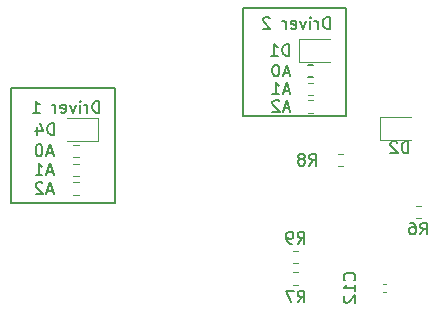
<source format=gbo>
%TF.GenerationSoftware,KiCad,Pcbnew,7.0.8*%
%TF.CreationDate,2023-10-10T13:20:09+03:00*%
%TF.ProjectId,ltp_kikad,6c74705f-6b69-46b6-9164-2e6b69636164,rev?*%
%TF.SameCoordinates,Original*%
%TF.FileFunction,Legend,Bot*%
%TF.FilePolarity,Positive*%
%FSLAX46Y46*%
G04 Gerber Fmt 4.6, Leading zero omitted, Abs format (unit mm)*
G04 Created by KiCad (PCBNEW 7.0.8) date 2023-10-10 13:20:09*
%MOMM*%
%LPD*%
G01*
G04 APERTURE LIST*
%ADD10C,0.150000*%
%ADD11C,0.120000*%
G04 APERTURE END LIST*
D10*
X147512000Y-83900000D02*
X156287000Y-83900000D01*
X156287000Y-93050000D01*
X147512000Y-93050000D01*
X147512000Y-83900000D01*
X127912000Y-90700000D02*
X136662000Y-90700000D01*
X136662000Y-100450000D01*
X127912000Y-100450000D01*
X127912000Y-90700000D01*
X154850220Y-85669819D02*
X154850220Y-84669819D01*
X154850220Y-84669819D02*
X154612125Y-84669819D01*
X154612125Y-84669819D02*
X154469268Y-84717438D01*
X154469268Y-84717438D02*
X154374030Y-84812676D01*
X154374030Y-84812676D02*
X154326411Y-84907914D01*
X154326411Y-84907914D02*
X154278792Y-85098390D01*
X154278792Y-85098390D02*
X154278792Y-85241247D01*
X154278792Y-85241247D02*
X154326411Y-85431723D01*
X154326411Y-85431723D02*
X154374030Y-85526961D01*
X154374030Y-85526961D02*
X154469268Y-85622200D01*
X154469268Y-85622200D02*
X154612125Y-85669819D01*
X154612125Y-85669819D02*
X154850220Y-85669819D01*
X153850220Y-85669819D02*
X153850220Y-85003152D01*
X153850220Y-85193628D02*
X153802601Y-85098390D01*
X153802601Y-85098390D02*
X153754982Y-85050771D01*
X153754982Y-85050771D02*
X153659744Y-85003152D01*
X153659744Y-85003152D02*
X153564506Y-85003152D01*
X153231172Y-85669819D02*
X153231172Y-85003152D01*
X153231172Y-84669819D02*
X153278791Y-84717438D01*
X153278791Y-84717438D02*
X153231172Y-84765057D01*
X153231172Y-84765057D02*
X153183553Y-84717438D01*
X153183553Y-84717438D02*
X153231172Y-84669819D01*
X153231172Y-84669819D02*
X153231172Y-84765057D01*
X152850220Y-85003152D02*
X152612125Y-85669819D01*
X152612125Y-85669819D02*
X152374030Y-85003152D01*
X151612125Y-85622200D02*
X151707363Y-85669819D01*
X151707363Y-85669819D02*
X151897839Y-85669819D01*
X151897839Y-85669819D02*
X151993077Y-85622200D01*
X151993077Y-85622200D02*
X152040696Y-85526961D01*
X152040696Y-85526961D02*
X152040696Y-85146009D01*
X152040696Y-85146009D02*
X151993077Y-85050771D01*
X151993077Y-85050771D02*
X151897839Y-85003152D01*
X151897839Y-85003152D02*
X151707363Y-85003152D01*
X151707363Y-85003152D02*
X151612125Y-85050771D01*
X151612125Y-85050771D02*
X151564506Y-85146009D01*
X151564506Y-85146009D02*
X151564506Y-85241247D01*
X151564506Y-85241247D02*
X152040696Y-85336485D01*
X151135934Y-85669819D02*
X151135934Y-85003152D01*
X151135934Y-85193628D02*
X151088315Y-85098390D01*
X151088315Y-85098390D02*
X151040696Y-85050771D01*
X151040696Y-85050771D02*
X150945458Y-85003152D01*
X150945458Y-85003152D02*
X150850220Y-85003152D01*
X149802600Y-84765057D02*
X149754981Y-84717438D01*
X149754981Y-84717438D02*
X149659743Y-84669819D01*
X149659743Y-84669819D02*
X149421648Y-84669819D01*
X149421648Y-84669819D02*
X149326410Y-84717438D01*
X149326410Y-84717438D02*
X149278791Y-84765057D01*
X149278791Y-84765057D02*
X149231172Y-84860295D01*
X149231172Y-84860295D02*
X149231172Y-84955533D01*
X149231172Y-84955533D02*
X149278791Y-85098390D01*
X149278791Y-85098390D02*
X149850219Y-85669819D01*
X149850219Y-85669819D02*
X149231172Y-85669819D01*
X135350220Y-92769819D02*
X135350220Y-91769819D01*
X135350220Y-91769819D02*
X135112125Y-91769819D01*
X135112125Y-91769819D02*
X134969268Y-91817438D01*
X134969268Y-91817438D02*
X134874030Y-91912676D01*
X134874030Y-91912676D02*
X134826411Y-92007914D01*
X134826411Y-92007914D02*
X134778792Y-92198390D01*
X134778792Y-92198390D02*
X134778792Y-92341247D01*
X134778792Y-92341247D02*
X134826411Y-92531723D01*
X134826411Y-92531723D02*
X134874030Y-92626961D01*
X134874030Y-92626961D02*
X134969268Y-92722200D01*
X134969268Y-92722200D02*
X135112125Y-92769819D01*
X135112125Y-92769819D02*
X135350220Y-92769819D01*
X134350220Y-92769819D02*
X134350220Y-92103152D01*
X134350220Y-92293628D02*
X134302601Y-92198390D01*
X134302601Y-92198390D02*
X134254982Y-92150771D01*
X134254982Y-92150771D02*
X134159744Y-92103152D01*
X134159744Y-92103152D02*
X134064506Y-92103152D01*
X133731172Y-92769819D02*
X133731172Y-92103152D01*
X133731172Y-91769819D02*
X133778791Y-91817438D01*
X133778791Y-91817438D02*
X133731172Y-91865057D01*
X133731172Y-91865057D02*
X133683553Y-91817438D01*
X133683553Y-91817438D02*
X133731172Y-91769819D01*
X133731172Y-91769819D02*
X133731172Y-91865057D01*
X133350220Y-92103152D02*
X133112125Y-92769819D01*
X133112125Y-92769819D02*
X132874030Y-92103152D01*
X132112125Y-92722200D02*
X132207363Y-92769819D01*
X132207363Y-92769819D02*
X132397839Y-92769819D01*
X132397839Y-92769819D02*
X132493077Y-92722200D01*
X132493077Y-92722200D02*
X132540696Y-92626961D01*
X132540696Y-92626961D02*
X132540696Y-92246009D01*
X132540696Y-92246009D02*
X132493077Y-92150771D01*
X132493077Y-92150771D02*
X132397839Y-92103152D01*
X132397839Y-92103152D02*
X132207363Y-92103152D01*
X132207363Y-92103152D02*
X132112125Y-92150771D01*
X132112125Y-92150771D02*
X132064506Y-92246009D01*
X132064506Y-92246009D02*
X132064506Y-92341247D01*
X132064506Y-92341247D02*
X132540696Y-92436485D01*
X131635934Y-92769819D02*
X131635934Y-92103152D01*
X131635934Y-92293628D02*
X131588315Y-92198390D01*
X131588315Y-92198390D02*
X131540696Y-92150771D01*
X131540696Y-92150771D02*
X131445458Y-92103152D01*
X131445458Y-92103152D02*
X131350220Y-92103152D01*
X129731172Y-92769819D02*
X130302600Y-92769819D01*
X130016886Y-92769819D02*
X130016886Y-91769819D01*
X130016886Y-91769819D02*
X130112124Y-91912676D01*
X130112124Y-91912676D02*
X130207362Y-92007914D01*
X130207362Y-92007914D02*
X130302600Y-92055533D01*
X151425094Y-87954819D02*
X151425094Y-86954819D01*
X151425094Y-86954819D02*
X151186999Y-86954819D01*
X151186999Y-86954819D02*
X151044142Y-87002438D01*
X151044142Y-87002438D02*
X150948904Y-87097676D01*
X150948904Y-87097676D02*
X150901285Y-87192914D01*
X150901285Y-87192914D02*
X150853666Y-87383390D01*
X150853666Y-87383390D02*
X150853666Y-87526247D01*
X150853666Y-87526247D02*
X150901285Y-87716723D01*
X150901285Y-87716723D02*
X150948904Y-87811961D01*
X150948904Y-87811961D02*
X151044142Y-87907200D01*
X151044142Y-87907200D02*
X151186999Y-87954819D01*
X151186999Y-87954819D02*
X151425094Y-87954819D01*
X149901285Y-87954819D02*
X150472713Y-87954819D01*
X150186999Y-87954819D02*
X150186999Y-86954819D01*
X150186999Y-86954819D02*
X150282237Y-87097676D01*
X150282237Y-87097676D02*
X150377475Y-87192914D01*
X150377475Y-87192914D02*
X150472713Y-87240533D01*
X161525094Y-96204819D02*
X161525094Y-95204819D01*
X161525094Y-95204819D02*
X161286999Y-95204819D01*
X161286999Y-95204819D02*
X161144142Y-95252438D01*
X161144142Y-95252438D02*
X161048904Y-95347676D01*
X161048904Y-95347676D02*
X161001285Y-95442914D01*
X161001285Y-95442914D02*
X160953666Y-95633390D01*
X160953666Y-95633390D02*
X160953666Y-95776247D01*
X160953666Y-95776247D02*
X161001285Y-95966723D01*
X161001285Y-95966723D02*
X161048904Y-96061961D01*
X161048904Y-96061961D02*
X161144142Y-96157200D01*
X161144142Y-96157200D02*
X161286999Y-96204819D01*
X161286999Y-96204819D02*
X161525094Y-96204819D01*
X160572713Y-95300057D02*
X160525094Y-95252438D01*
X160525094Y-95252438D02*
X160429856Y-95204819D01*
X160429856Y-95204819D02*
X160191761Y-95204819D01*
X160191761Y-95204819D02*
X160096523Y-95252438D01*
X160096523Y-95252438D02*
X160048904Y-95300057D01*
X160048904Y-95300057D02*
X160001285Y-95395295D01*
X160001285Y-95395295D02*
X160001285Y-95490533D01*
X160001285Y-95490533D02*
X160048904Y-95633390D01*
X160048904Y-95633390D02*
X160620332Y-96204819D01*
X160620332Y-96204819D02*
X160001285Y-96204819D01*
X131401285Y-99369104D02*
X130925095Y-99369104D01*
X131496523Y-99654819D02*
X131163190Y-98654819D01*
X131163190Y-98654819D02*
X130829857Y-99654819D01*
X130544142Y-98750057D02*
X130496523Y-98702438D01*
X130496523Y-98702438D02*
X130401285Y-98654819D01*
X130401285Y-98654819D02*
X130163190Y-98654819D01*
X130163190Y-98654819D02*
X130067952Y-98702438D01*
X130067952Y-98702438D02*
X130020333Y-98750057D01*
X130020333Y-98750057D02*
X129972714Y-98845295D01*
X129972714Y-98845295D02*
X129972714Y-98940533D01*
X129972714Y-98940533D02*
X130020333Y-99083390D01*
X130020333Y-99083390D02*
X130591761Y-99654819D01*
X130591761Y-99654819D02*
X129972714Y-99654819D01*
X151451285Y-92419104D02*
X150975095Y-92419104D01*
X151546523Y-92704819D02*
X151213190Y-91704819D01*
X151213190Y-91704819D02*
X150879857Y-92704819D01*
X150594142Y-91800057D02*
X150546523Y-91752438D01*
X150546523Y-91752438D02*
X150451285Y-91704819D01*
X150451285Y-91704819D02*
X150213190Y-91704819D01*
X150213190Y-91704819D02*
X150117952Y-91752438D01*
X150117952Y-91752438D02*
X150070333Y-91800057D01*
X150070333Y-91800057D02*
X150022714Y-91895295D01*
X150022714Y-91895295D02*
X150022714Y-91990533D01*
X150022714Y-91990533D02*
X150070333Y-92133390D01*
X150070333Y-92133390D02*
X150641761Y-92704819D01*
X150641761Y-92704819D02*
X150022714Y-92704819D01*
X131401285Y-97769104D02*
X130925095Y-97769104D01*
X131496523Y-98054819D02*
X131163190Y-97054819D01*
X131163190Y-97054819D02*
X130829857Y-98054819D01*
X129972714Y-98054819D02*
X130544142Y-98054819D01*
X130258428Y-98054819D02*
X130258428Y-97054819D01*
X130258428Y-97054819D02*
X130353666Y-97197676D01*
X130353666Y-97197676D02*
X130448904Y-97292914D01*
X130448904Y-97292914D02*
X130544142Y-97340533D01*
X152153666Y-103854819D02*
X152486999Y-103378628D01*
X152725094Y-103854819D02*
X152725094Y-102854819D01*
X152725094Y-102854819D02*
X152344142Y-102854819D01*
X152344142Y-102854819D02*
X152248904Y-102902438D01*
X152248904Y-102902438D02*
X152201285Y-102950057D01*
X152201285Y-102950057D02*
X152153666Y-103045295D01*
X152153666Y-103045295D02*
X152153666Y-103188152D01*
X152153666Y-103188152D02*
X152201285Y-103283390D01*
X152201285Y-103283390D02*
X152248904Y-103331009D01*
X152248904Y-103331009D02*
X152344142Y-103378628D01*
X152344142Y-103378628D02*
X152725094Y-103378628D01*
X151677475Y-103854819D02*
X151486999Y-103854819D01*
X151486999Y-103854819D02*
X151391761Y-103807200D01*
X151391761Y-103807200D02*
X151344142Y-103759580D01*
X151344142Y-103759580D02*
X151248904Y-103616723D01*
X151248904Y-103616723D02*
X151201285Y-103426247D01*
X151201285Y-103426247D02*
X151201285Y-103045295D01*
X151201285Y-103045295D02*
X151248904Y-102950057D01*
X151248904Y-102950057D02*
X151296523Y-102902438D01*
X151296523Y-102902438D02*
X151391761Y-102854819D01*
X151391761Y-102854819D02*
X151582237Y-102854819D01*
X151582237Y-102854819D02*
X151677475Y-102902438D01*
X151677475Y-102902438D02*
X151725094Y-102950057D01*
X151725094Y-102950057D02*
X151772713Y-103045295D01*
X151772713Y-103045295D02*
X151772713Y-103283390D01*
X151772713Y-103283390D02*
X151725094Y-103378628D01*
X151725094Y-103378628D02*
X151677475Y-103426247D01*
X151677475Y-103426247D02*
X151582237Y-103473866D01*
X151582237Y-103473866D02*
X151391761Y-103473866D01*
X151391761Y-103473866D02*
X151296523Y-103426247D01*
X151296523Y-103426247D02*
X151248904Y-103378628D01*
X151248904Y-103378628D02*
X151201285Y-103283390D01*
X131401285Y-96169104D02*
X130925095Y-96169104D01*
X131496523Y-96454819D02*
X131163190Y-95454819D01*
X131163190Y-95454819D02*
X130829857Y-96454819D01*
X130306047Y-95454819D02*
X130210809Y-95454819D01*
X130210809Y-95454819D02*
X130115571Y-95502438D01*
X130115571Y-95502438D02*
X130067952Y-95550057D01*
X130067952Y-95550057D02*
X130020333Y-95645295D01*
X130020333Y-95645295D02*
X129972714Y-95835771D01*
X129972714Y-95835771D02*
X129972714Y-96073866D01*
X129972714Y-96073866D02*
X130020333Y-96264342D01*
X130020333Y-96264342D02*
X130067952Y-96359580D01*
X130067952Y-96359580D02*
X130115571Y-96407200D01*
X130115571Y-96407200D02*
X130210809Y-96454819D01*
X130210809Y-96454819D02*
X130306047Y-96454819D01*
X130306047Y-96454819D02*
X130401285Y-96407200D01*
X130401285Y-96407200D02*
X130448904Y-96359580D01*
X130448904Y-96359580D02*
X130496523Y-96264342D01*
X130496523Y-96264342D02*
X130544142Y-96073866D01*
X130544142Y-96073866D02*
X130544142Y-95835771D01*
X130544142Y-95835771D02*
X130496523Y-95645295D01*
X130496523Y-95645295D02*
X130448904Y-95550057D01*
X130448904Y-95550057D02*
X130401285Y-95502438D01*
X130401285Y-95502438D02*
X130306047Y-95454819D01*
X151451285Y-90919104D02*
X150975095Y-90919104D01*
X151546523Y-91204819D02*
X151213190Y-90204819D01*
X151213190Y-90204819D02*
X150879857Y-91204819D01*
X150022714Y-91204819D02*
X150594142Y-91204819D01*
X150308428Y-91204819D02*
X150308428Y-90204819D01*
X150308428Y-90204819D02*
X150403666Y-90347676D01*
X150403666Y-90347676D02*
X150498904Y-90442914D01*
X150498904Y-90442914D02*
X150594142Y-90490533D01*
X152153666Y-108834819D02*
X152486999Y-108358628D01*
X152725094Y-108834819D02*
X152725094Y-107834819D01*
X152725094Y-107834819D02*
X152344142Y-107834819D01*
X152344142Y-107834819D02*
X152248904Y-107882438D01*
X152248904Y-107882438D02*
X152201285Y-107930057D01*
X152201285Y-107930057D02*
X152153666Y-108025295D01*
X152153666Y-108025295D02*
X152153666Y-108168152D01*
X152153666Y-108168152D02*
X152201285Y-108263390D01*
X152201285Y-108263390D02*
X152248904Y-108311009D01*
X152248904Y-108311009D02*
X152344142Y-108358628D01*
X152344142Y-108358628D02*
X152725094Y-108358628D01*
X151820332Y-107834819D02*
X151153666Y-107834819D01*
X151153666Y-107834819D02*
X151582237Y-108834819D01*
X156946580Y-106957142D02*
X156994200Y-106909523D01*
X156994200Y-106909523D02*
X157041819Y-106766666D01*
X157041819Y-106766666D02*
X157041819Y-106671428D01*
X157041819Y-106671428D02*
X156994200Y-106528571D01*
X156994200Y-106528571D02*
X156898961Y-106433333D01*
X156898961Y-106433333D02*
X156803723Y-106385714D01*
X156803723Y-106385714D02*
X156613247Y-106338095D01*
X156613247Y-106338095D02*
X156470390Y-106338095D01*
X156470390Y-106338095D02*
X156279914Y-106385714D01*
X156279914Y-106385714D02*
X156184676Y-106433333D01*
X156184676Y-106433333D02*
X156089438Y-106528571D01*
X156089438Y-106528571D02*
X156041819Y-106671428D01*
X156041819Y-106671428D02*
X156041819Y-106766666D01*
X156041819Y-106766666D02*
X156089438Y-106909523D01*
X156089438Y-106909523D02*
X156137057Y-106957142D01*
X157041819Y-107909523D02*
X157041819Y-107338095D01*
X157041819Y-107623809D02*
X156041819Y-107623809D01*
X156041819Y-107623809D02*
X156184676Y-107528571D01*
X156184676Y-107528571D02*
X156279914Y-107433333D01*
X156279914Y-107433333D02*
X156327533Y-107338095D01*
X156137057Y-108290476D02*
X156089438Y-108338095D01*
X156089438Y-108338095D02*
X156041819Y-108433333D01*
X156041819Y-108433333D02*
X156041819Y-108671428D01*
X156041819Y-108671428D02*
X156089438Y-108766666D01*
X156089438Y-108766666D02*
X156137057Y-108814285D01*
X156137057Y-108814285D02*
X156232295Y-108861904D01*
X156232295Y-108861904D02*
X156327533Y-108861904D01*
X156327533Y-108861904D02*
X156470390Y-108814285D01*
X156470390Y-108814285D02*
X157041819Y-108242857D01*
X157041819Y-108242857D02*
X157041819Y-108861904D01*
X151451285Y-89419104D02*
X150975095Y-89419104D01*
X151546523Y-89704819D02*
X151213190Y-88704819D01*
X151213190Y-88704819D02*
X150879857Y-89704819D01*
X150356047Y-88704819D02*
X150260809Y-88704819D01*
X150260809Y-88704819D02*
X150165571Y-88752438D01*
X150165571Y-88752438D02*
X150117952Y-88800057D01*
X150117952Y-88800057D02*
X150070333Y-88895295D01*
X150070333Y-88895295D02*
X150022714Y-89085771D01*
X150022714Y-89085771D02*
X150022714Y-89323866D01*
X150022714Y-89323866D02*
X150070333Y-89514342D01*
X150070333Y-89514342D02*
X150117952Y-89609580D01*
X150117952Y-89609580D02*
X150165571Y-89657200D01*
X150165571Y-89657200D02*
X150260809Y-89704819D01*
X150260809Y-89704819D02*
X150356047Y-89704819D01*
X150356047Y-89704819D02*
X150451285Y-89657200D01*
X150451285Y-89657200D02*
X150498904Y-89609580D01*
X150498904Y-89609580D02*
X150546523Y-89514342D01*
X150546523Y-89514342D02*
X150594142Y-89323866D01*
X150594142Y-89323866D02*
X150594142Y-89085771D01*
X150594142Y-89085771D02*
X150546523Y-88895295D01*
X150546523Y-88895295D02*
X150498904Y-88800057D01*
X150498904Y-88800057D02*
X150451285Y-88752438D01*
X150451285Y-88752438D02*
X150356047Y-88704819D01*
X153153666Y-97254819D02*
X153486999Y-96778628D01*
X153725094Y-97254819D02*
X153725094Y-96254819D01*
X153725094Y-96254819D02*
X153344142Y-96254819D01*
X153344142Y-96254819D02*
X153248904Y-96302438D01*
X153248904Y-96302438D02*
X153201285Y-96350057D01*
X153201285Y-96350057D02*
X153153666Y-96445295D01*
X153153666Y-96445295D02*
X153153666Y-96588152D01*
X153153666Y-96588152D02*
X153201285Y-96683390D01*
X153201285Y-96683390D02*
X153248904Y-96731009D01*
X153248904Y-96731009D02*
X153344142Y-96778628D01*
X153344142Y-96778628D02*
X153725094Y-96778628D01*
X152582237Y-96683390D02*
X152677475Y-96635771D01*
X152677475Y-96635771D02*
X152725094Y-96588152D01*
X152725094Y-96588152D02*
X152772713Y-96492914D01*
X152772713Y-96492914D02*
X152772713Y-96445295D01*
X152772713Y-96445295D02*
X152725094Y-96350057D01*
X152725094Y-96350057D02*
X152677475Y-96302438D01*
X152677475Y-96302438D02*
X152582237Y-96254819D01*
X152582237Y-96254819D02*
X152391761Y-96254819D01*
X152391761Y-96254819D02*
X152296523Y-96302438D01*
X152296523Y-96302438D02*
X152248904Y-96350057D01*
X152248904Y-96350057D02*
X152201285Y-96445295D01*
X152201285Y-96445295D02*
X152201285Y-96492914D01*
X152201285Y-96492914D02*
X152248904Y-96588152D01*
X152248904Y-96588152D02*
X152296523Y-96635771D01*
X152296523Y-96635771D02*
X152391761Y-96683390D01*
X152391761Y-96683390D02*
X152582237Y-96683390D01*
X152582237Y-96683390D02*
X152677475Y-96731009D01*
X152677475Y-96731009D02*
X152725094Y-96778628D01*
X152725094Y-96778628D02*
X152772713Y-96873866D01*
X152772713Y-96873866D02*
X152772713Y-97064342D01*
X152772713Y-97064342D02*
X152725094Y-97159580D01*
X152725094Y-97159580D02*
X152677475Y-97207200D01*
X152677475Y-97207200D02*
X152582237Y-97254819D01*
X152582237Y-97254819D02*
X152391761Y-97254819D01*
X152391761Y-97254819D02*
X152296523Y-97207200D01*
X152296523Y-97207200D02*
X152248904Y-97159580D01*
X152248904Y-97159580D02*
X152201285Y-97064342D01*
X152201285Y-97064342D02*
X152201285Y-96873866D01*
X152201285Y-96873866D02*
X152248904Y-96778628D01*
X152248904Y-96778628D02*
X152296523Y-96731009D01*
X152296523Y-96731009D02*
X152391761Y-96683390D01*
X131525094Y-94654819D02*
X131525094Y-93654819D01*
X131525094Y-93654819D02*
X131286999Y-93654819D01*
X131286999Y-93654819D02*
X131144142Y-93702438D01*
X131144142Y-93702438D02*
X131048904Y-93797676D01*
X131048904Y-93797676D02*
X131001285Y-93892914D01*
X131001285Y-93892914D02*
X130953666Y-94083390D01*
X130953666Y-94083390D02*
X130953666Y-94226247D01*
X130953666Y-94226247D02*
X131001285Y-94416723D01*
X131001285Y-94416723D02*
X131048904Y-94511961D01*
X131048904Y-94511961D02*
X131144142Y-94607200D01*
X131144142Y-94607200D02*
X131286999Y-94654819D01*
X131286999Y-94654819D02*
X131525094Y-94654819D01*
X130096523Y-93988152D02*
X130096523Y-94654819D01*
X130334618Y-93607200D02*
X130572713Y-94321485D01*
X130572713Y-94321485D02*
X129953666Y-94321485D01*
X162553666Y-103084819D02*
X162886999Y-102608628D01*
X163125094Y-103084819D02*
X163125094Y-102084819D01*
X163125094Y-102084819D02*
X162744142Y-102084819D01*
X162744142Y-102084819D02*
X162648904Y-102132438D01*
X162648904Y-102132438D02*
X162601285Y-102180057D01*
X162601285Y-102180057D02*
X162553666Y-102275295D01*
X162553666Y-102275295D02*
X162553666Y-102418152D01*
X162553666Y-102418152D02*
X162601285Y-102513390D01*
X162601285Y-102513390D02*
X162648904Y-102561009D01*
X162648904Y-102561009D02*
X162744142Y-102608628D01*
X162744142Y-102608628D02*
X163125094Y-102608628D01*
X161696523Y-102084819D02*
X161886999Y-102084819D01*
X161886999Y-102084819D02*
X161982237Y-102132438D01*
X161982237Y-102132438D02*
X162029856Y-102180057D01*
X162029856Y-102180057D02*
X162125094Y-102322914D01*
X162125094Y-102322914D02*
X162172713Y-102513390D01*
X162172713Y-102513390D02*
X162172713Y-102894342D01*
X162172713Y-102894342D02*
X162125094Y-102989580D01*
X162125094Y-102989580D02*
X162077475Y-103037200D01*
X162077475Y-103037200D02*
X161982237Y-103084819D01*
X161982237Y-103084819D02*
X161791761Y-103084819D01*
X161791761Y-103084819D02*
X161696523Y-103037200D01*
X161696523Y-103037200D02*
X161648904Y-102989580D01*
X161648904Y-102989580D02*
X161601285Y-102894342D01*
X161601285Y-102894342D02*
X161601285Y-102656247D01*
X161601285Y-102656247D02*
X161648904Y-102561009D01*
X161648904Y-102561009D02*
X161696523Y-102513390D01*
X161696523Y-102513390D02*
X161791761Y-102465771D01*
X161791761Y-102465771D02*
X161982237Y-102465771D01*
X161982237Y-102465771D02*
X162077475Y-102513390D01*
X162077475Y-102513390D02*
X162125094Y-102561009D01*
X162125094Y-102561009D02*
X162172713Y-102656247D01*
D11*
%TO.C,D1*%
X152239500Y-86540000D02*
X154924500Y-86540000D01*
X152239500Y-88460000D02*
X152239500Y-86540000D01*
X154924500Y-88460000D02*
X152239500Y-88460000D01*
%TO.C,D2*%
X159102000Y-93140000D02*
X161787000Y-93140000D01*
X159102000Y-95060000D02*
X159102000Y-93140000D01*
X161787000Y-95060000D02*
X159102000Y-95060000D01*
%TO.C,R13*%
X133149742Y-98677500D02*
X133624258Y-98677500D01*
X133149742Y-99722500D02*
X133624258Y-99722500D01*
%TO.C,R12*%
X152999742Y-91727500D02*
X153474258Y-91727500D01*
X152999742Y-92772500D02*
X153474258Y-92772500D01*
%TO.C,R14*%
X133149742Y-97077500D02*
X133624258Y-97077500D01*
X133149742Y-98122500D02*
X133624258Y-98122500D01*
%TO.C,R9*%
X151742742Y-104477500D02*
X152217258Y-104477500D01*
X151742742Y-105522500D02*
X152217258Y-105522500D01*
%TO.C,R15*%
X133149742Y-95477500D02*
X133624258Y-95477500D01*
X133149742Y-96522500D02*
X133624258Y-96522500D01*
%TO.C,R11*%
X152999742Y-90227500D02*
X153474258Y-90227500D01*
X152999742Y-91272500D02*
X153474258Y-91272500D01*
%TO.C,R7*%
X151749742Y-106277500D02*
X152224258Y-106277500D01*
X151749742Y-107322500D02*
X152224258Y-107322500D01*
%TO.C,C12*%
X159399164Y-107240000D02*
X159614836Y-107240000D01*
X159399164Y-107960000D02*
X159614836Y-107960000D01*
D10*
%TO.C,R2*%
X152999742Y-88727500D02*
X153474258Y-88727500D01*
X152999742Y-89772500D02*
X153474258Y-89772500D01*
D11*
%TO.C,R8*%
X155549742Y-96277500D02*
X156024258Y-96277500D01*
X155549742Y-97322500D02*
X156024258Y-97322500D01*
%TO.C,D4*%
X135272000Y-95160000D02*
X132587000Y-95160000D01*
X135272000Y-93240000D02*
X135272000Y-95160000D01*
X132587000Y-93240000D02*
X135272000Y-93240000D01*
%TO.C,R6*%
X162149742Y-100677500D02*
X162624258Y-100677500D01*
X162149742Y-101722500D02*
X162624258Y-101722500D01*
%TD*%
M02*

</source>
